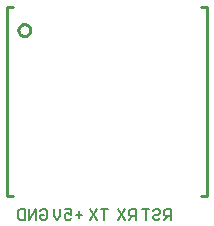
<source format=gbo>
G75*
%MOIN*%
%OFA0B0*%
%FSLAX25Y25*%
%IPPOS*%
%LPD*%
%AMOC8*
5,1,8,0,0,1.08239X$1,22.5*
%
%ADD10C,0.00600*%
%ADD11C,0.01000*%
D10*
X0031478Y0032930D02*
X0032046Y0032363D01*
X0033747Y0032363D01*
X0033747Y0035766D01*
X0032046Y0035766D01*
X0031478Y0035199D01*
X0031478Y0032930D01*
X0035162Y0032363D02*
X0035162Y0035766D01*
X0037430Y0035766D02*
X0035162Y0032363D01*
X0037430Y0032363D02*
X0037430Y0035766D01*
X0038845Y0035199D02*
X0039412Y0035766D01*
X0040546Y0035766D01*
X0041113Y0035199D01*
X0041113Y0032930D01*
X0040546Y0032363D01*
X0039412Y0032363D01*
X0038845Y0032930D01*
X0038845Y0034064D01*
X0039979Y0034064D01*
X0043290Y0033497D02*
X0043290Y0035766D01*
X0043290Y0033497D02*
X0044424Y0032363D01*
X0045558Y0033497D01*
X0045558Y0035766D01*
X0046973Y0035766D02*
X0049241Y0035766D01*
X0049241Y0034064D01*
X0048107Y0034632D01*
X0047540Y0034632D01*
X0046973Y0034064D01*
X0046973Y0032930D01*
X0047540Y0032363D01*
X0048674Y0032363D01*
X0049241Y0032930D01*
X0050656Y0034064D02*
X0052924Y0034064D01*
X0051790Y0032930D02*
X0051790Y0035199D01*
X0055339Y0035766D02*
X0057607Y0032363D01*
X0055339Y0032363D02*
X0057607Y0035766D01*
X0059022Y0035766D02*
X0061291Y0035766D01*
X0060156Y0035766D02*
X0060156Y0032363D01*
X0064689Y0032363D02*
X0066958Y0035766D01*
X0068372Y0035199D02*
X0068372Y0034064D01*
X0068939Y0033497D01*
X0070641Y0033497D01*
X0070641Y0032363D02*
X0070641Y0035766D01*
X0068939Y0035766D01*
X0068372Y0035199D01*
X0069507Y0033497D02*
X0068372Y0032363D01*
X0066958Y0032363D02*
X0064689Y0035766D01*
X0072817Y0035766D02*
X0075086Y0035766D01*
X0073951Y0035766D02*
X0073951Y0032363D01*
X0076500Y0032930D02*
X0077067Y0032363D01*
X0078202Y0032363D01*
X0078769Y0032930D01*
X0078202Y0034064D02*
X0077067Y0034064D01*
X0076500Y0033497D01*
X0076500Y0032930D01*
X0078202Y0034064D02*
X0078769Y0034632D01*
X0078769Y0035199D01*
X0078202Y0035766D01*
X0077067Y0035766D01*
X0076500Y0035199D01*
X0080183Y0035199D02*
X0080183Y0034064D01*
X0080751Y0033497D01*
X0082452Y0033497D01*
X0082452Y0032363D02*
X0082452Y0035766D01*
X0080751Y0035766D01*
X0080183Y0035199D01*
X0081318Y0033497D02*
X0080183Y0032363D01*
D11*
X0092594Y0040429D02*
X0094563Y0040429D01*
X0094563Y0103421D01*
X0092594Y0103421D01*
X0031570Y0095547D02*
X0031572Y0095635D01*
X0031578Y0095723D01*
X0031588Y0095811D01*
X0031602Y0095899D01*
X0031619Y0095985D01*
X0031641Y0096071D01*
X0031666Y0096155D01*
X0031696Y0096239D01*
X0031728Y0096321D01*
X0031765Y0096401D01*
X0031805Y0096480D01*
X0031849Y0096557D01*
X0031896Y0096632D01*
X0031946Y0096704D01*
X0032000Y0096775D01*
X0032056Y0096842D01*
X0032116Y0096908D01*
X0032178Y0096970D01*
X0032244Y0097030D01*
X0032311Y0097086D01*
X0032382Y0097140D01*
X0032454Y0097190D01*
X0032529Y0097237D01*
X0032606Y0097281D01*
X0032685Y0097321D01*
X0032765Y0097358D01*
X0032847Y0097390D01*
X0032931Y0097420D01*
X0033015Y0097445D01*
X0033101Y0097467D01*
X0033187Y0097484D01*
X0033275Y0097498D01*
X0033363Y0097508D01*
X0033451Y0097514D01*
X0033539Y0097516D01*
X0033627Y0097514D01*
X0033715Y0097508D01*
X0033803Y0097498D01*
X0033891Y0097484D01*
X0033977Y0097467D01*
X0034063Y0097445D01*
X0034147Y0097420D01*
X0034231Y0097390D01*
X0034313Y0097358D01*
X0034393Y0097321D01*
X0034472Y0097281D01*
X0034549Y0097237D01*
X0034624Y0097190D01*
X0034696Y0097140D01*
X0034767Y0097086D01*
X0034834Y0097030D01*
X0034900Y0096970D01*
X0034962Y0096908D01*
X0035022Y0096842D01*
X0035078Y0096775D01*
X0035132Y0096704D01*
X0035182Y0096632D01*
X0035229Y0096557D01*
X0035273Y0096480D01*
X0035313Y0096401D01*
X0035350Y0096321D01*
X0035382Y0096239D01*
X0035412Y0096155D01*
X0035437Y0096071D01*
X0035459Y0095985D01*
X0035476Y0095899D01*
X0035490Y0095811D01*
X0035500Y0095723D01*
X0035506Y0095635D01*
X0035508Y0095547D01*
X0035506Y0095459D01*
X0035500Y0095371D01*
X0035490Y0095283D01*
X0035476Y0095195D01*
X0035459Y0095109D01*
X0035437Y0095023D01*
X0035412Y0094939D01*
X0035382Y0094855D01*
X0035350Y0094773D01*
X0035313Y0094693D01*
X0035273Y0094614D01*
X0035229Y0094537D01*
X0035182Y0094462D01*
X0035132Y0094390D01*
X0035078Y0094319D01*
X0035022Y0094252D01*
X0034962Y0094186D01*
X0034900Y0094124D01*
X0034834Y0094064D01*
X0034767Y0094008D01*
X0034696Y0093954D01*
X0034624Y0093904D01*
X0034549Y0093857D01*
X0034472Y0093813D01*
X0034393Y0093773D01*
X0034313Y0093736D01*
X0034231Y0093704D01*
X0034147Y0093674D01*
X0034063Y0093649D01*
X0033977Y0093627D01*
X0033891Y0093610D01*
X0033803Y0093596D01*
X0033715Y0093586D01*
X0033627Y0093580D01*
X0033539Y0093578D01*
X0033451Y0093580D01*
X0033363Y0093586D01*
X0033275Y0093596D01*
X0033187Y0093610D01*
X0033101Y0093627D01*
X0033015Y0093649D01*
X0032931Y0093674D01*
X0032847Y0093704D01*
X0032765Y0093736D01*
X0032685Y0093773D01*
X0032606Y0093813D01*
X0032529Y0093857D01*
X0032454Y0093904D01*
X0032382Y0093954D01*
X0032311Y0094008D01*
X0032244Y0094064D01*
X0032178Y0094124D01*
X0032116Y0094186D01*
X0032056Y0094252D01*
X0032000Y0094319D01*
X0031946Y0094390D01*
X0031896Y0094462D01*
X0031849Y0094537D01*
X0031805Y0094614D01*
X0031765Y0094693D01*
X0031728Y0094773D01*
X0031696Y0094855D01*
X0031666Y0094939D01*
X0031641Y0095023D01*
X0031619Y0095109D01*
X0031602Y0095195D01*
X0031588Y0095283D01*
X0031578Y0095371D01*
X0031572Y0095459D01*
X0031570Y0095547D01*
X0029602Y0103421D02*
X0027634Y0103421D01*
X0027634Y0040429D01*
X0029602Y0040429D01*
M02*

</source>
